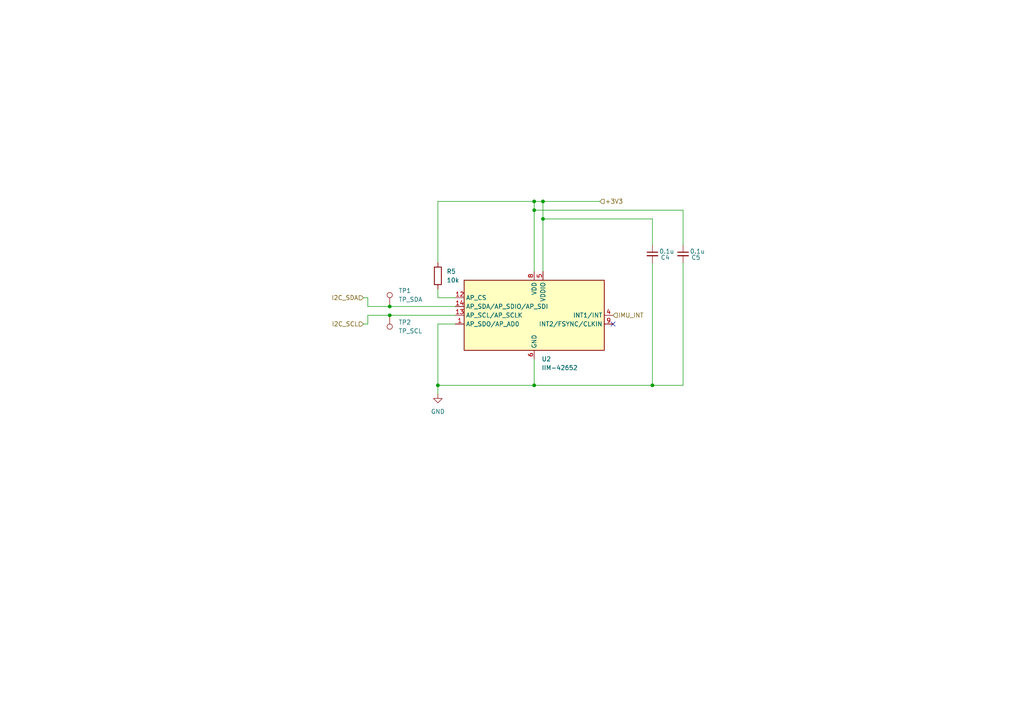
<source format=kicad_sch>
(kicad_sch (version 20250114) (generator "eeschema") (generator_version "9.0")
  (paper "A4")
  (lib_symbols
    (symbol "Connector:TestPoint" (pin_numbers (hide yes)) (pin_names (offset 0.762) (hide yes))
      (property "Reference" "TP" (at 0 6.858 0))
      (property "Value" "TestPoint" (at 0 5.08 0))
      (symbol "TestPoint_0_1"
        (circle (center 0 3.302) (radius 0.762))
      )
      (symbol "TestPoint_1_1"
        (pin passive line (at 0 0 90) (length 2.54) (name "1") (number "1"))
      )
    )
    (symbol "Device:C_Small" (pin_numbers (hide yes)) (pin_names (offset 0.254) (hide yes))
      (property "Reference" "C" (at 0.254 1.778 0))
      (property "Value" "C_Small" (at 0.254 -2.032 0))
      (symbol "C_Small_0_1"
        (polyline (pts (xy -1.524 0.508) (xy 1.524 0.508)) (stroke (width 0.3048)))
        (polyline (pts (xy -1.524 -0.508) (xy 1.524 -0.508)) (stroke (width 0.3302)))
      )
      (symbol "C_Small_1_1"
        (pin passive line (at 0 2.54 270) (length 2.032) (name "~") (number "1"))
        (pin passive line (at 0 -2.54 90) (length 2.032) (name "~") (number "2"))
      )
    )
    (symbol "Device:R" (pin_numbers (hide yes)) (pin_names (offset 0))
      (property "Reference" "R" (at 2.032 0 90))
      (property "Value" "R" (at 0 0 90))
      (symbol "R_0_1"
        (rectangle (start -1.016 -2.54) (end 1.016 2.54) (stroke (width 0.254)))
      )
      (symbol "R_1_1"
        (pin passive line (at 0 3.81 270) (length 1.27) (name "~") (number "1"))
        (pin passive line (at 0 -3.81 90) (length 1.27) (name "~") (number "2"))
      )
    )
    (symbol "Sensor_Motion:IIM-42652"
      (property "Reference" "U" (at -19.05 11.43 0))
      (property "Value" "IIM-42652" (at 15.24 11.43 0))
      (symbol "IIM-42652_0_1"
        (rectangle (start -20.32 10.16) (end 20.32 -10.16) (stroke (width 0.254)) (fill (type background)))
      )
      (symbol "IIM-42652_1_1"
        (pin input line (at -22.86 5.08 0) (length 2.54) (name "AP_CS") (number "12"))
        (pin bidirectional line (at -22.86 2.54 0) (length 2.54) (name "AP_SDA/AP_SDIO/AP_SDI") (number "14"))
        (pin input line (at -22.86 0 0) (length 2.54) (name "AP_SCL/AP_SCLK") (number "13"))
        (pin input line (at -22.86 -2.54 0) (length 2.54) (name "AP_SDO/AP_AD0") (number "1"))
        (pin power_in line (at 0 12.7 270) (length 2.54) (name "VDD") (number "8"))
        (pin power_in line (at 0 -12.7 90) (length 2.54) (name "GND") (number "6"))
        (pin passive line (at 0 -12.7 90) (length 2.54) (hide yes) (name "GND") (number "7"))
        (pin power_in line (at 2.54 12.7 270) (length 2.54) (name "VDDIO") (number "5"))
        (pin no_connect line (at 20.32 7.62 180) (length 2.54) (hide yes) (name "RESV") (number "2"))
        (pin no_connect line (at 20.32 5.08 180) (length 2.54) (hide yes) (name "RESV") (number "3"))
        (pin no_connect line (at 20.32 2.54 180) (length 2.54) (hide yes) (name "RESV") (number "10"))
        (pin no_connect line (at 20.32 -7.62 180) (length 2.54) (hide yes) (name "RESV") (number "11"))
        (pin output line (at 22.86 0 180) (length 2.54) (name "INT1/INT") (number "4"))
        (pin bidirectional line (at 22.86 -2.54 180) (length 2.54) (name "INT2/FSYNC/CLKIN") (number "9"))
      )
    )
    (symbol "power:GND" (power) (pin_numbers (hide yes)) (pin_names (offset 0) (hide yes))
      (property "Value" "GND" (at 0 -3.81 0))
      (symbol "GND_0_1"
        (polyline (pts (xy 0 0) (xy 0 -1.27) (xy 1.27 -1.27) (xy 0 -2.54) (xy -1.27 -1.27) (xy 0 -1.27)))
      )
      (symbol "GND_1_1"
        (pin power_in line (at 0 0 270) (length 0) (name "~") (number "1"))
      )
    )
  )
  (junction (at 127 111.76))
  (junction (at 154.94 60.96))
  (junction (at 154.94 58.42))
  (junction (at 154.94 111.76))
  (junction (at 113.03 88.9))
  (junction (at 113.03 91.44))
  (junction (at 157.48 58.42))
  (junction (at 189.23 111.76))
  (junction (at 157.48 63.5))
  (no_connect (at 177.8 93.98))
  (wire (pts (xy 127 111.76) (xy 127 93.98)))
  (wire (pts (xy 198.12 111.76) (xy 189.23 111.76)))
  (wire (pts (xy 127 114.3) (xy 127 111.76)))
  (wire (pts (xy 127 76.2) (xy 127 58.42)))
  (wire (pts (xy 113.03 88.9) (xy 132.08 88.9)))
  (wire (pts (xy 113.03 91.44) (xy 132.08 91.44)))
  (wire (pts (xy 198.12 60.96) (xy 198.12 71.12)))
  (wire (pts (xy 157.48 63.5) (xy 157.48 78.74)))
  (wire (pts (xy 127 58.42) (xy 154.94 58.42)))
  (wire (pts (xy 127 86.36) (xy 127 83.82)))
  (wire (pts (xy 154.94 60.96) (xy 154.94 58.42)))
  (wire (pts (xy 127 93.98) (xy 132.08 93.98)))
  (wire (pts (xy 106.68 86.36) (xy 106.68 88.9)))
  (wire (pts (xy 198.12 76.2) (xy 198.12 111.76)))
  (wire (pts (xy 106.68 88.9) (xy 113.03 88.9)))
  (wire (pts (xy 105.41 86.36) (xy 106.68 86.36)))
  (wire (pts (xy 154.94 104.14) (xy 154.94 111.76)))
  (wire (pts (xy 132.08 86.36) (xy 127 86.36)))
  (wire (pts (xy 154.94 111.76) (xy 127 111.76)))
  (wire (pts (xy 189.23 71.12) (xy 189.23 63.5)))
  (wire (pts (xy 157.48 58.42) (xy 173.99 58.42)))
  (wire (pts (xy 154.94 111.76) (xy 189.23 111.76)))
  (wire (pts (xy 106.68 91.44) (xy 113.03 91.44)))
  (wire (pts (xy 154.94 60.96) (xy 198.12 60.96)))
  (wire (pts (xy 154.94 58.42) (xy 157.48 58.42)))
  (wire (pts (xy 189.23 63.5) (xy 157.48 63.5)))
  (wire (pts (xy 105.41 93.98) (xy 106.68 93.98)))
  (wire (pts (xy 154.94 78.74) (xy 154.94 60.96)))
  (wire (pts (xy 106.68 93.98) (xy 106.68 91.44)))
  (wire (pts (xy 189.23 76.2) (xy 189.23 111.76)))
  (wire (pts (xy 157.48 58.42) (xy 157.48 63.5)))
  (hierarchical_label "I2C_SDA" (shape input) (at 105.41 86.36 180))
  (hierarchical_label "+3V3" (shape input) (at 173.99 58.42 0))
  (hierarchical_label "I2C_SCL" (shape input) (at 105.41 93.98 180))
  (hierarchical_label "IMU_INT" (shape input) (at 177.8 91.44 0))
  (symbol (lib_id "Sensor_Motion:IIM-42652") (at 154.94 91.44 0) (unit 1)
    (property "Reference" "U2" (at 157.0833 104.14 0) (effects (justify left)))
    (property "Value" "IIM-42652" (at 157.0833 106.68 0) (effects (justify left)))
    (property "Footprint" "Package_LGA:Bosch_LGA-14_3x2.5mm_P0.5mm" (effects (hide yes)))
    (property "Datasheet" "https://invensense.tdk.com/wp-content/uploads/2021/01/ds-000440_iim-42652-datasheet.pdf" (effects (hide yes)))
    (property "Description" "6-axis MEMS gyroscope/accelerometer, I2C/I3C/SPI interface, 1.71 to 3.3V, LGA-14" (effects (hide yes)))
  )
  (symbol (lib_id "Connector:TestPoint") (at 113.03 91.44 180) (unit 1)
    (property "Reference" "TP2" (at 115.57 93.4719 0) (effects (justify right)))
    (property "Value" "TP_SCL" (at 115.57 96.0119 0) (effects (justify right)))
    (property "Description" "test point" (effects (hide yes)))
  )
  (symbol (lib_id "Device:C_Small") (at 189.23 73.66 0) (unit 1)
    (property "Reference" "C4" (at 194.31 74.676 0) (effects (justify right)))
    (property "Value" "0.1u" (at 195.58 72.898 0) (effects (justify right)))
    (property "Description" "Unpolarized capacitor, small symbol" (effects (hide yes)))
  )
  (symbol (lib_id "Device:R") (at 127 80.01 0) (unit 1)
    (property "Reference" "R5" (at 129.54 78.7399 0) (effects (justify left)))
    (property "Value" "10k" (at 129.54 81.2799 0) (effects (justify left)))
    (property "Description" "Resistor" (effects (hide yes)))
  )
  (symbol (lib_id "power:GND") (at 127 114.3 0) (unit 1)
    (property "Reference" "#PWR03" (effects (hide yes)))
    (property "Value" "GND" (at 127 119.38 0))
    (property "Description" "Power symbol creates a global label with name \"GND\" , ground" (effects (hide yes)))
  )
  (symbol (lib_id "Connector:TestPoint") (at 113.03 88.9 0) (unit 1)
    (property "Reference" "TP1" (at 115.57 84.3279 0) (effects (justify left)))
    (property "Value" "TP_SDA" (at 115.57 86.8679 0) (effects (justify left)))
    (property "Description" "test point" (effects (hide yes)))
  )
  (symbol (lib_id "Device:C_Small") (at 198.12 73.66 0) (unit 1)
    (property "Reference" "C5" (at 203.2 74.676 0) (effects (justify right)))
    (property "Value" "0.1u" (at 204.47 72.898 0) (effects (justify right)))
    (property "Description" "Unpolarized capacitor, small symbol" (effects (hide yes)))
  )
)
</source>
